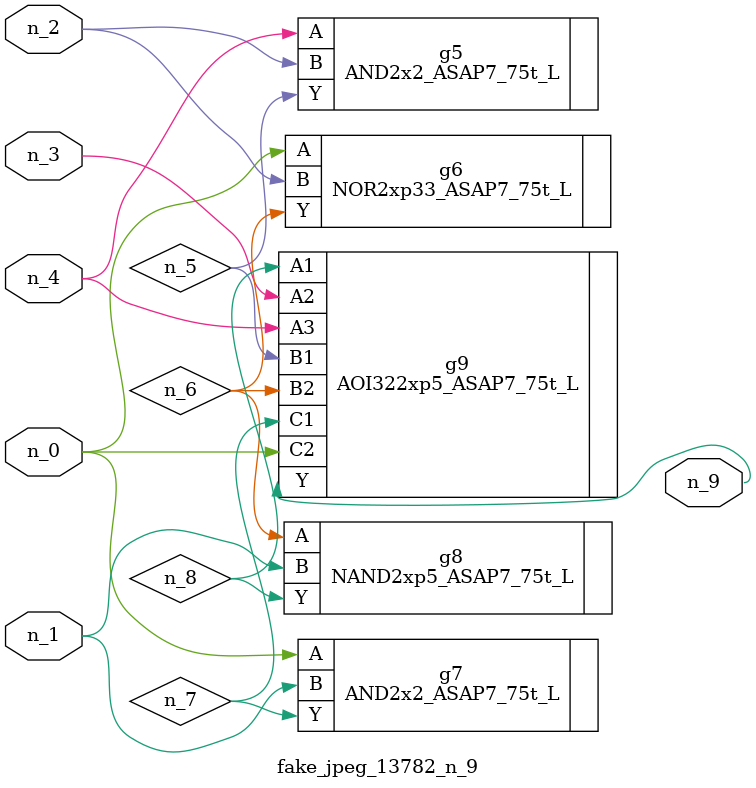
<source format=v>
module fake_jpeg_13782_n_9 (n_3, n_2, n_1, n_0, n_4, n_9);

input n_3;
input n_2;
input n_1;
input n_0;
input n_4;

output n_9;

wire n_8;
wire n_6;
wire n_5;
wire n_7;

AND2x2_ASAP7_75t_L g5 ( 
.A(n_4),
.B(n_2),
.Y(n_5)
);

NOR2xp33_ASAP7_75t_L g6 ( 
.A(n_0),
.B(n_2),
.Y(n_6)
);

AND2x2_ASAP7_75t_L g7 ( 
.A(n_0),
.B(n_1),
.Y(n_7)
);

NAND2xp5_ASAP7_75t_L g8 ( 
.A(n_6),
.B(n_1),
.Y(n_8)
);

AOI322xp5_ASAP7_75t_L g9 ( 
.A1(n_8),
.A2(n_3),
.A3(n_4),
.B1(n_5),
.B2(n_6),
.C1(n_7),
.C2(n_0),
.Y(n_9)
);


endmodule
</source>
